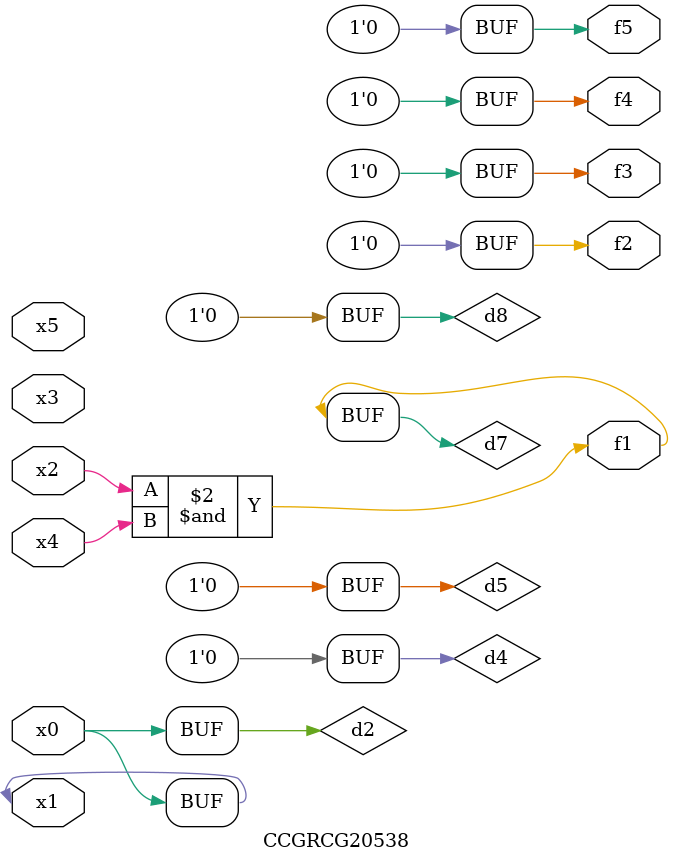
<source format=v>
module CCGRCG20538(
	input x0, x1, x2, x3, x4, x5,
	output f1, f2, f3, f4, f5
);

	wire d1, d2, d3, d4, d5, d6, d7, d8, d9;

	nand (d1, x1);
	buf (d2, x0, x1);
	nand (d3, x2, x4);
	and (d4, d1, d2);
	and (d5, d1, d2);
	nand (d6, d1, d3);
	not (d7, d3);
	xor (d8, d5);
	nor (d9, d5, d6);
	assign f1 = d7;
	assign f2 = d8;
	assign f3 = d8;
	assign f4 = d8;
	assign f5 = d8;
endmodule

</source>
